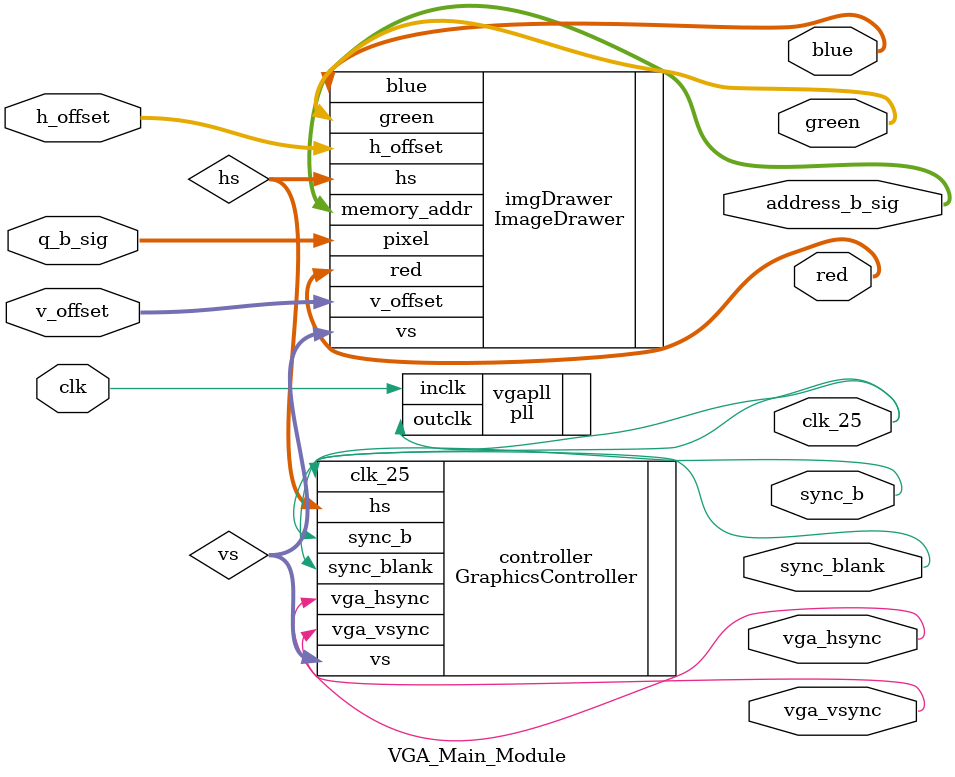
<source format=sv>
module VGA_Main_Module (
    input  logic clk,
	 input logic [7:0] 	q_b_sig,
	 input logic [8:0]	v_offset, h_offset,
	 output logic [18:0] 	address_b_sig,
    output logic vga_hsync, vga_vsync, sync_blank, sync_b, clk_25,
    output logic [7:0] red, green, blue
    
);

   logic [9:0] 	hs, vs;
	 
	
	pll vgapll(.inclk(clk), .outclk(clk_25));
	 //Instancia del ImageDrawer
	ImageDrawer imgDrawer(
		.hs(hs),
		.vs(vs),
		.pixel(q_b_sig),
		.memory_addr(address_b_sig),
		.red(red),
		.green(green),
		.blue(blue),
		.v_offset(v_offset),
		.h_offset(h_offset)
	);
	//Instancia del controlador de graficos
	 GraphicsController controller(
        .clk_25(clk_25),
        .vga_hsync(vga_hsync),
        .vga_vsync(vga_vsync),
        .sync_blank(sync_blank),
        .sync_b(sync_b),
        .hs(hs),
        .vs(vs)
    );

	

endmodule




</source>
